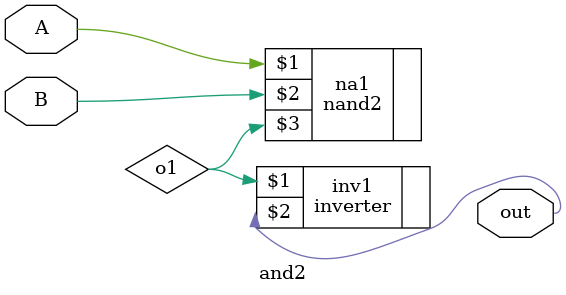
<source format=v>
module and2(
    input A,
    input B,
    output out
    );
	 
wire o1;

nand2 na1(A, B, o1);
inverter inv1(o1, out);

endmodule
</source>
